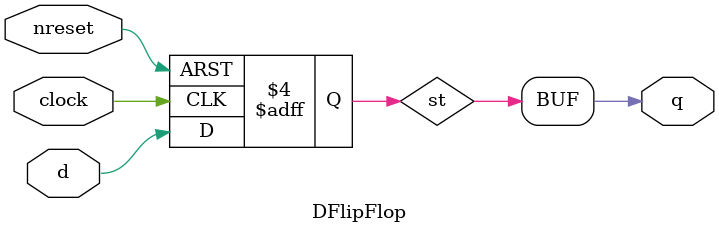
<source format=v>
`timescale 1ns / 1ns


module DFlipFlop(q,clock,nreset,d);
output reg q;
input wire clock,d,nreset;

reg st;
initial st=0;

always @(posedge clock or negedge nreset)
begin
    if(nreset)
    st=d;
    else
    st=0;
end
always @(st)
begin
    q=st;
end
endmodule

</source>
